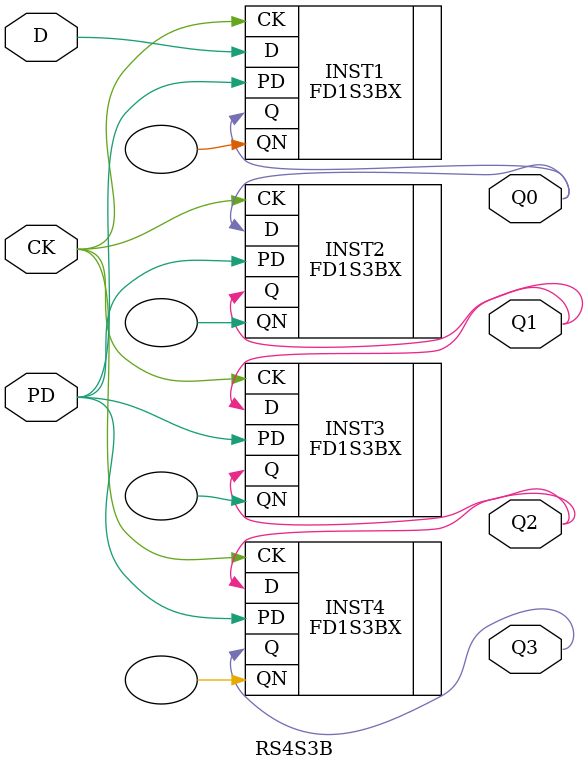
<source format=v>
`resetall
`timescale 1 ns / 100 ps

/* Created by DB2VERILOG Version 1.0.1.1 on Tue May 17 11:02:43 1994 */
/* module compiled from "lsl2db 3.6.4" run */

`celldefine
module RS4S3B (D, CK, PD, Q0, Q1, Q2, Q3);
input  D, CK, PD;
output Q0, Q1, Q2, Q3;
FD1S3BX INST1 (.D(D), .CK(CK), .PD(PD), .Q(Q0), .QN());
FD1S3BX INST2 (.D(Q0), .CK(CK), .PD(PD), .Q(Q1), .QN());
FD1S3BX INST3 (.D(Q1), .CK(CK), .PD(PD), .Q(Q2), .QN());
FD1S3BX INST4 (.D(Q2), .CK(CK), .PD(PD), .Q(Q3), .QN());

endmodule
`endcelldefine

</source>
